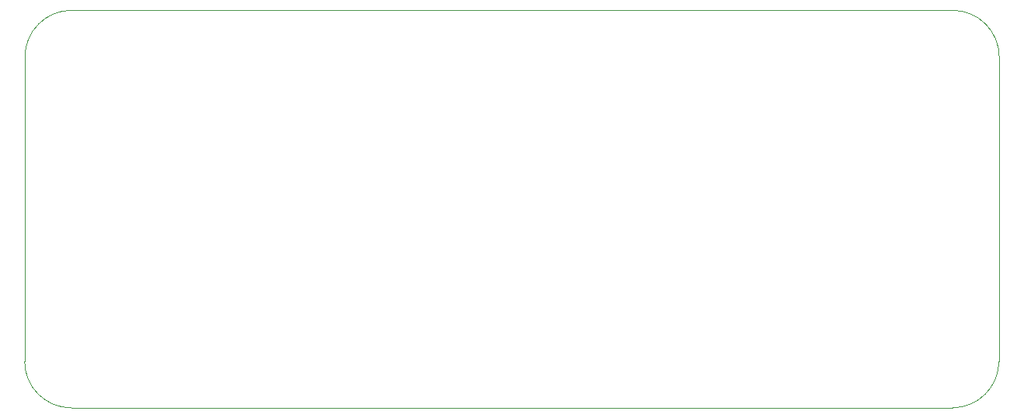
<source format=gbr>
%TF.GenerationSoftware,KiCad,Pcbnew,8.0.6*%
%TF.CreationDate,2024-10-22T23:25:27+01:00*%
%TF.ProjectId,hello22,68656c6c-6f32-4322-9e6b-696361645f70,rev?*%
%TF.SameCoordinates,Original*%
%TF.FileFunction,Profile,NP*%
%FSLAX46Y46*%
G04 Gerber Fmt 4.6, Leading zero omitted, Abs format (unit mm)*
G04 Created by KiCad (PCBNEW 8.0.6) date 2024-10-22 23:25:27*
%MOMM*%
%LPD*%
G01*
G04 APERTURE LIST*
%TA.AperFunction,Profile*%
%ADD10C,0.050000*%
%TD*%
G04 APERTURE END LIST*
D10*
X57948102Y-96302102D02*
X153960102Y-96302102D01*
X159040102Y-101382102D02*
X159004000Y-134620000D01*
X52832000Y-134620000D02*
X52868102Y-101382102D01*
X159004000Y-134620000D02*
G75*
G02*
X153924000Y-139700000I-5080000J0D01*
G01*
X57912000Y-139700000D02*
G75*
G02*
X52832000Y-134620000I0J5080000D01*
G01*
X153924000Y-139700000D02*
X57912000Y-139700000D01*
X52868102Y-101382102D02*
G75*
G02*
X57948102Y-96302102I5079998J2D01*
G01*
X153960102Y-96302102D02*
G75*
G02*
X159040098Y-101382102I-2J-5079998D01*
G01*
M02*

</source>
